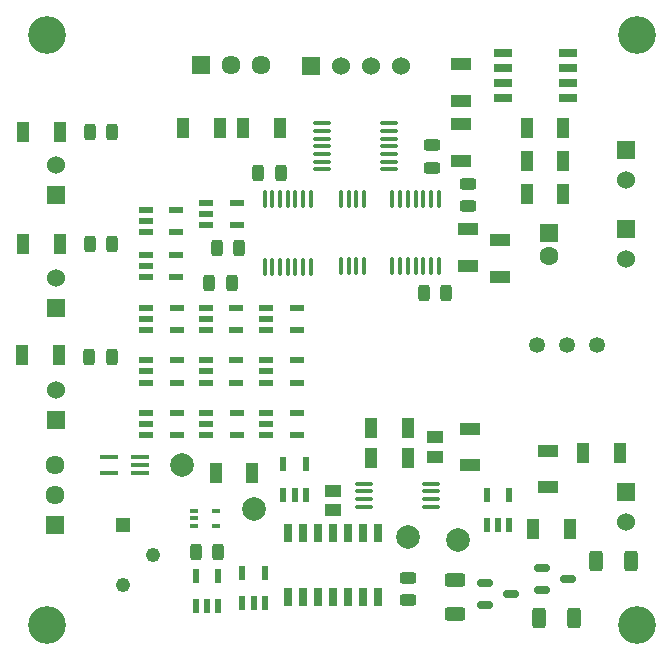
<source format=gbr>
%TF.GenerationSoftware,KiCad,Pcbnew,8.0.0*%
%TF.CreationDate,2024-06-23T16:30:46+02:00*%
%TF.ProjectId,TSAL,5453414c-2e6b-4696-9361-645f70636258,V2.1*%
%TF.SameCoordinates,Original*%
%TF.FileFunction,Soldermask,Top*%
%TF.FilePolarity,Negative*%
%FSLAX46Y46*%
G04 Gerber Fmt 4.6, Leading zero omitted, Abs format (unit mm)*
G04 Created by KiCad (PCBNEW 8.0.0) date 2024-06-23 16:30:46*
%MOMM*%
%LPD*%
G01*
G04 APERTURE LIST*
G04 Aperture macros list*
%AMRoundRect*
0 Rectangle with rounded corners*
0 $1 Rounding radius*
0 $2 $3 $4 $5 $6 $7 $8 $9 X,Y pos of 4 corners*
0 Add a 4 corners polygon primitive as box body*
4,1,4,$2,$3,$4,$5,$6,$7,$8,$9,$2,$3,0*
0 Add four circle primitives for the rounded corners*
1,1,$1+$1,$2,$3*
1,1,$1+$1,$4,$5*
1,1,$1+$1,$6,$7*
1,1,$1+$1,$8,$9*
0 Add four rect primitives between the rounded corners*
20,1,$1+$1,$2,$3,$4,$5,0*
20,1,$1+$1,$4,$5,$6,$7,0*
20,1,$1+$1,$6,$7,$8,$9,0*
20,1,$1+$1,$8,$9,$2,$3,0*%
G04 Aperture macros list end*
%ADD10R,1.050000X1.800000*%
%ADD11R,1.800000X1.050000*%
%ADD12R,1.150000X0.600000*%
%ADD13RoundRect,0.250000X0.625000X-0.312500X0.625000X0.312500X-0.625000X0.312500X-0.625000X-0.312500X0*%
%ADD14RoundRect,0.243750X0.243750X0.456250X-0.243750X0.456250X-0.243750X-0.456250X0.243750X-0.456250X0*%
%ADD15RoundRect,0.100000X-0.100000X0.637500X-0.100000X-0.637500X0.100000X-0.637500X0.100000X0.637500X0*%
%ADD16R,1.470000X1.070000*%
%ADD17C,3.200000*%
%ADD18RoundRect,0.243750X-0.243750X-0.456250X0.243750X-0.456250X0.243750X0.456250X-0.243750X0.456250X0*%
%ADD19R,1.528000X0.650000*%
%ADD20C,2.000000*%
%ADD21R,0.600000X1.150000*%
%ADD22RoundRect,0.250000X0.312500X0.625000X-0.312500X0.625000X-0.312500X-0.625000X0.312500X-0.625000X0*%
%ADD23R,1.500000X0.400000*%
%ADD24RoundRect,0.150000X-0.512500X-0.150000X0.512500X-0.150000X0.512500X0.150000X-0.512500X0.150000X0*%
%ADD25RoundRect,0.243750X-0.456250X0.243750X-0.456250X-0.243750X0.456250X-0.243750X0.456250X0.243750X0*%
%ADD26R,1.530000X1.530000*%
%ADD27C,1.530000*%
%ADD28RoundRect,0.100000X0.100000X-0.637500X0.100000X0.637500X-0.100000X0.637500X-0.100000X-0.637500X0*%
%ADD29R,1.217000X1.217000*%
%ADD30C,1.217000*%
%ADD31RoundRect,0.100000X-0.637500X-0.100000X0.637500X-0.100000X0.637500X0.100000X-0.637500X0.100000X0*%
%ADD32C,1.350000*%
%ADD33RoundRect,0.100000X-0.225000X-0.100000X0.225000X-0.100000X0.225000X0.100000X-0.225000X0.100000X0*%
%ADD34R,1.610000X1.610000*%
%ADD35C,1.610000*%
%ADD36R,0.650000X1.525000*%
%ADD37R,1.600000X1.600000*%
%ADD38C,1.600000*%
%ADD39RoundRect,0.250000X-0.312500X-0.625000X0.312500X-0.625000X0.312500X0.625000X-0.312500X0.625000X0*%
G04 APERTURE END LIST*
D10*
%TO.C,R6*%
X121487600Y-72237600D03*
X124587600Y-72237600D03*
%TD*%
%TO.C,R48*%
X125704000Y-65811400D03*
X128804000Y-65811400D03*
%TD*%
D11*
%TO.C,R47*%
X122707400Y-68682200D03*
X122707400Y-65582200D03*
%TD*%
D10*
%TO.C,R46*%
X120903400Y-43840400D03*
X124003400Y-43840400D03*
%TD*%
%TO.C,R45*%
X124028800Y-41071800D03*
X120928800Y-41071800D03*
%TD*%
%TO.C,R18*%
X124028800Y-38277800D03*
X120928800Y-38277800D03*
%TD*%
D12*
%TO.C,G5*%
X93726000Y-57917000D03*
X93726000Y-58867000D03*
X93726000Y-59817000D03*
X96326000Y-59817000D03*
X96326000Y-57917000D03*
%TD*%
D13*
%TO.C,R38*%
X114808000Y-79440500D03*
X114808000Y-76515500D03*
%TD*%
D14*
%TO.C,D5*%
X96568500Y-48387000D03*
X94693500Y-48387000D03*
%TD*%
D15*
%TO.C,CP4*%
X113456000Y-44254500D03*
X112806000Y-44254500D03*
X112156000Y-44254500D03*
X111506000Y-44254500D03*
X110856000Y-44254500D03*
X110206000Y-44254500D03*
X109556000Y-44254500D03*
X109556000Y-49979500D03*
X110206000Y-49979500D03*
X110856000Y-49979500D03*
X111506000Y-49979500D03*
X112156000Y-49979500D03*
X112806000Y-49979500D03*
X113456000Y-49979500D03*
%TD*%
D16*
%TO.C,C23*%
X104521000Y-70601000D03*
X104521000Y-68961000D03*
%TD*%
D17*
%TO.C,H1*%
X130271000Y-30377000D03*
%TD*%
D11*
%TO.C,R23*%
X115316000Y-35967000D03*
X115316000Y-32867000D03*
%TD*%
D18*
%TO.C,D3*%
X83973500Y-48117000D03*
X85848500Y-48117000D03*
%TD*%
D19*
%TO.C,TI1*%
X118955000Y-31902400D03*
X118955000Y-33172400D03*
X118955000Y-34442400D03*
X118955000Y-35712400D03*
X124377000Y-35712400D03*
X124377000Y-34442400D03*
X124377000Y-33172400D03*
X124377000Y-31902400D03*
%TD*%
D10*
%TO.C,R2*%
X81381000Y-38592000D03*
X78281000Y-38592000D03*
%TD*%
D20*
%TO.C,TP4*%
X110871000Y-72898000D03*
%TD*%
D21*
%TO.C,G15*%
X92903000Y-78770000D03*
X93853000Y-78770000D03*
X94803000Y-78770000D03*
X94803000Y-76170000D03*
X92903000Y-76170000D03*
%TD*%
D11*
%TO.C,R28*%
X118617870Y-50853974D03*
X118617870Y-47753974D03*
%TD*%
D22*
%TO.C,R37*%
X129732500Y-74930000D03*
X126807500Y-74930000D03*
%TD*%
D23*
%TO.C,U2*%
X88198000Y-67452000D03*
X88198000Y-66802000D03*
X88198000Y-66152000D03*
X85538000Y-66152000D03*
X85538000Y-67452000D03*
%TD*%
D12*
%TO.C,G6*%
X93756000Y-62362000D03*
X93756000Y-63312000D03*
X93756000Y-64262000D03*
X96356000Y-64262000D03*
X96356000Y-62362000D03*
%TD*%
D24*
%TO.C,Q4*%
X117353500Y-76774000D03*
X117353500Y-78674000D03*
X119628500Y-77724000D03*
%TD*%
D25*
%TO.C,D7*%
X115951000Y-43004500D03*
X115951000Y-44879500D03*
%TD*%
D17*
%TO.C,H3*%
X80271000Y-80377000D03*
%TD*%
D18*
%TO.C,D6*%
X92915500Y-74168000D03*
X94790500Y-74168000D03*
%TD*%
D26*
%TO.C,J3*%
X81026000Y-62992000D03*
D27*
X81026000Y-60452000D03*
%TD*%
D26*
%TO.C,J1*%
X81026000Y-43942000D03*
D27*
X81026000Y-41402000D03*
%TD*%
D21*
%TO.C,G8*%
X117541000Y-71912000D03*
X118491000Y-71912000D03*
X119441000Y-71912000D03*
X119441000Y-69312000D03*
X117541000Y-69312000D03*
%TD*%
D28*
%TO.C,CP2*%
X105197000Y-49979500D03*
X105847000Y-49979500D03*
X106497000Y-49979500D03*
X107147000Y-49979500D03*
X107147000Y-44254500D03*
X106497000Y-44254500D03*
X105847000Y-44254500D03*
X105197000Y-44254500D03*
%TD*%
D18*
%TO.C,D1*%
X83973500Y-38592000D03*
X85848500Y-38592000D03*
%TD*%
D29*
%TO.C,RV1*%
X86736000Y-71882000D03*
D30*
X89276000Y-74422000D03*
X86736000Y-76962000D03*
%TD*%
D31*
%TO.C,U1*%
X103563500Y-37874159D03*
X103563500Y-38524159D03*
X103563500Y-39174159D03*
X103563500Y-39824159D03*
X103563500Y-40474159D03*
X103563500Y-41124159D03*
X103563500Y-41774159D03*
X109288500Y-41774159D03*
X109288500Y-41124159D03*
X109288500Y-40474159D03*
X109288500Y-39824159D03*
X109288500Y-39174159D03*
X109288500Y-38524159D03*
X109288500Y-37874159D03*
%TD*%
D14*
%TO.C,D8*%
X114089634Y-52207993D03*
X112214634Y-52207993D03*
%TD*%
D20*
%TO.C,TP1*%
X97844416Y-70501163D03*
%TD*%
D32*
%TO.C,PS1*%
X126863320Y-56642000D03*
X124323320Y-56642000D03*
X121783320Y-56642000D03*
%TD*%
D18*
%TO.C,D4*%
X83898500Y-57642000D03*
X85773500Y-57642000D03*
%TD*%
%TO.C,D10*%
X98201000Y-42037000D03*
X100076000Y-42037000D03*
%TD*%
D17*
%TO.C,H4*%
X130271000Y-80377000D03*
%TD*%
D10*
%TO.C,R27*%
X107733500Y-66167000D03*
X110833500Y-66167000D03*
%TD*%
%TO.C,R21*%
X94921000Y-38227000D03*
X91821000Y-38227000D03*
%TD*%
%TO.C,R4*%
X81381000Y-48117000D03*
X78281000Y-48117000D03*
%TD*%
D20*
%TO.C,TP3*%
X115062000Y-73152000D03*
%TD*%
D12*
%TO.C,G11*%
X98836000Y-62362000D03*
X98836000Y-63312000D03*
X98836000Y-64262000D03*
X101436000Y-64262000D03*
X101436000Y-62362000D03*
%TD*%
D16*
%TO.C,C22*%
X113157000Y-64458000D03*
X113157000Y-66098000D03*
%TD*%
D12*
%TO.C,G2*%
X88646000Y-49022000D03*
X88646000Y-49972000D03*
X88646000Y-50922000D03*
X91246000Y-50922000D03*
X91246000Y-49022000D03*
%TD*%
D21*
%TO.C,G14*%
X100319800Y-69295800D03*
X101269800Y-69295800D03*
X102219800Y-69295800D03*
X102219800Y-66695800D03*
X100319800Y-66695800D03*
%TD*%
D24*
%TO.C,Q3*%
X122179500Y-75504000D03*
X122179500Y-77404000D03*
X124454500Y-76454000D03*
%TD*%
D33*
%TO.C,CP1*%
X92750600Y-70663000D03*
X92750600Y-71313000D03*
X92750600Y-71963000D03*
X94650600Y-71963000D03*
X94650600Y-70663000D03*
%TD*%
D12*
%TO.C,G4*%
X88676000Y-57917000D03*
X88676000Y-58867000D03*
X88676000Y-59817000D03*
X91276000Y-59817000D03*
X91276000Y-57917000D03*
%TD*%
%TO.C,G12*%
X98836000Y-53472000D03*
X98836000Y-54422000D03*
X98836000Y-55372000D03*
X101436000Y-55372000D03*
X101436000Y-53472000D03*
%TD*%
D10*
%TO.C,R22*%
X100001000Y-38227000D03*
X96901000Y-38227000D03*
%TD*%
D34*
%TO.C,J8*%
X93336000Y-32954680D03*
D35*
X95876000Y-32954680D03*
X98416000Y-32954680D03*
%TD*%
D12*
%TO.C,G9*%
X93726000Y-53472000D03*
X93726000Y-54422000D03*
X93726000Y-55372000D03*
X96326000Y-55372000D03*
X96326000Y-53472000D03*
%TD*%
D26*
%TO.C,J5*%
X129361000Y-69072000D03*
D27*
X129361000Y-71612000D03*
%TD*%
D26*
%TO.C,J9*%
X129286000Y-40132000D03*
D27*
X129286000Y-42672000D03*
%TD*%
D34*
%TO.C,J4*%
X80951000Y-71882000D03*
D35*
X80951000Y-69342000D03*
X80951000Y-66802000D03*
%TD*%
D25*
%TO.C,D11*%
X112860243Y-39745325D03*
X112860243Y-41620325D03*
%TD*%
D12*
%TO.C,G7*%
X88676000Y-62362000D03*
X88676000Y-63312000D03*
X88676000Y-64262000D03*
X91276000Y-64262000D03*
X91276000Y-62362000D03*
%TD*%
%TO.C,G10*%
X93756000Y-44577000D03*
X93756000Y-45527000D03*
X93756000Y-46477000D03*
X96356000Y-46477000D03*
X96356000Y-44577000D03*
%TD*%
D26*
%TO.C,J2*%
X81026000Y-53467000D03*
D27*
X81026000Y-50927000D03*
%TD*%
D17*
%TO.C,H2*%
X80271000Y-30377000D03*
%TD*%
D20*
%TO.C,TP2*%
X91694000Y-66802000D03*
%TD*%
D21*
%TO.C,G16*%
X96840000Y-78516000D03*
X97790000Y-78516000D03*
X98740000Y-78516000D03*
X98740000Y-75916000D03*
X96840000Y-75916000D03*
%TD*%
D10*
%TO.C,R26*%
X110833500Y-63627000D03*
X107733500Y-63627000D03*
%TD*%
D12*
%TO.C,G1*%
X88646000Y-45212000D03*
X88646000Y-46162000D03*
X88646000Y-47112000D03*
X91246000Y-47112000D03*
X91246000Y-45212000D03*
%TD*%
D11*
%TO.C,R25*%
X115951000Y-46837000D03*
X115951000Y-49937000D03*
%TD*%
D12*
%TO.C,G3*%
X88676000Y-53472000D03*
X88676000Y-54422000D03*
X88676000Y-55372000D03*
X91276000Y-55372000D03*
X91276000Y-53472000D03*
%TD*%
D14*
%TO.C,D9*%
X95926950Y-51370969D03*
X94051950Y-51370969D03*
%TD*%
D25*
%TO.C,D2*%
X110871000Y-76327000D03*
X110871000Y-78202000D03*
%TD*%
D36*
%TO.C,DL1*%
X100711000Y-77941000D03*
X101981000Y-77941000D03*
X103251000Y-77941000D03*
X104521000Y-77941000D03*
X105791000Y-77941000D03*
X107061000Y-77941000D03*
X108331000Y-77941000D03*
X108331000Y-72517000D03*
X107061000Y-72517000D03*
X105791000Y-72517000D03*
X104521000Y-72517000D03*
X103251000Y-72517000D03*
X101981000Y-72517000D03*
X100711000Y-72517000D03*
%TD*%
D26*
%TO.C,J7*%
X102616000Y-33029680D03*
D27*
X105156000Y-33029680D03*
X107696000Y-33029680D03*
X110236000Y-33029680D03*
%TD*%
D11*
%TO.C,R24*%
X115316000Y-41047000D03*
X115316000Y-37947000D03*
%TD*%
%TO.C,R30*%
X116078000Y-66828000D03*
X116078000Y-63728000D03*
%TD*%
D26*
%TO.C,J6*%
X129361000Y-46847000D03*
D27*
X129361000Y-49387000D03*
%TD*%
D15*
%TO.C,CP3*%
X102630800Y-44273200D03*
X101980800Y-44273200D03*
X101330800Y-44273200D03*
X100680800Y-44273200D03*
X100030800Y-44273200D03*
X99380800Y-44273200D03*
X98730800Y-44273200D03*
X98730800Y-49998200D03*
X99380800Y-49998200D03*
X100030800Y-49998200D03*
X100680800Y-49998200D03*
X101330800Y-49998200D03*
X101980800Y-49998200D03*
X102630800Y-49998200D03*
%TD*%
D10*
%TO.C,R20*%
X94589000Y-67437000D03*
X97689000Y-67437000D03*
%TD*%
D37*
%TO.C,C13*%
X122816120Y-47139197D03*
D38*
X122816120Y-49139197D03*
%TD*%
D39*
%TO.C,R40*%
X121981500Y-79756000D03*
X124906500Y-79756000D03*
%TD*%
D12*
%TO.C,G13*%
X98836000Y-57917000D03*
X98836000Y-58867000D03*
X98836000Y-59817000D03*
X101436000Y-59817000D03*
X101436000Y-57917000D03*
%TD*%
D10*
%TO.C,R7*%
X81306000Y-57502000D03*
X78206000Y-57502000D03*
%TD*%
D31*
%TO.C,CP5*%
X107119500Y-68367000D03*
X107119500Y-69017000D03*
X107119500Y-69667000D03*
X107119500Y-70317000D03*
X112844500Y-70317000D03*
X112844500Y-69667000D03*
X112844500Y-69017000D03*
X112844500Y-68367000D03*
%TD*%
M02*

</source>
